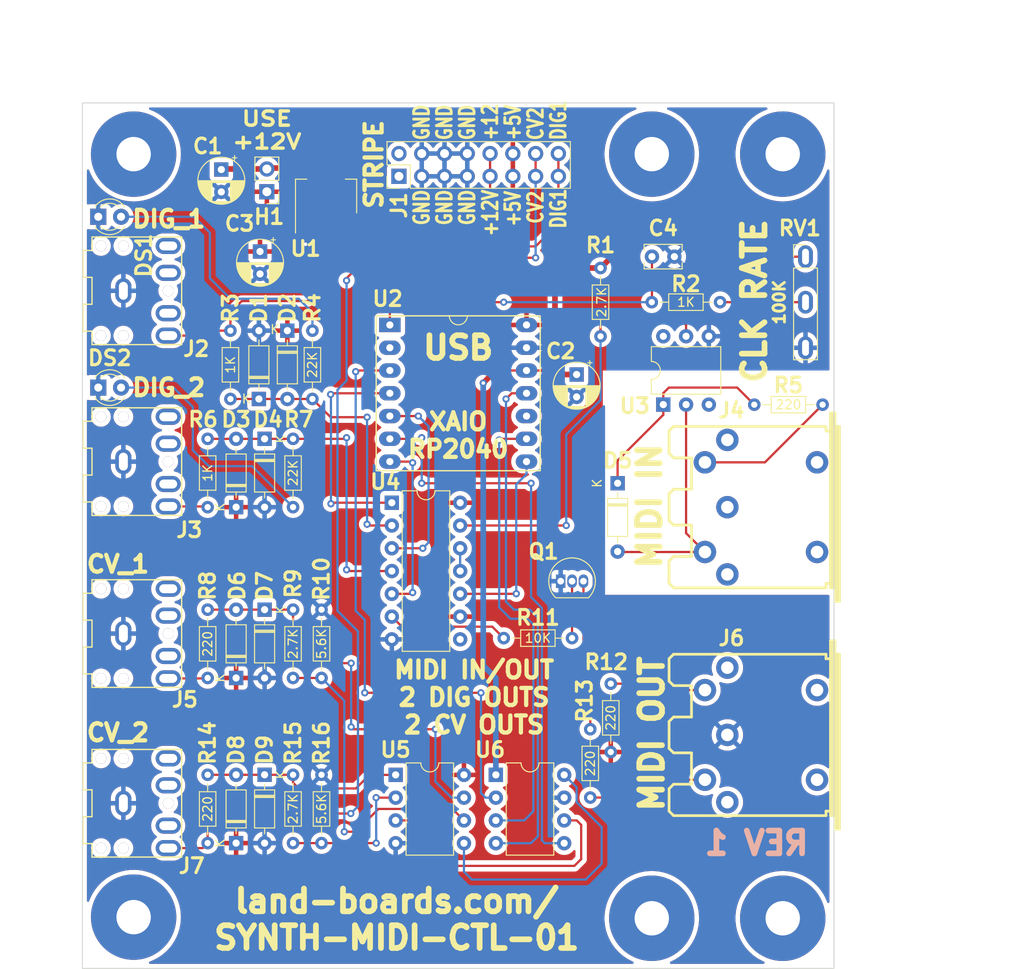
<source format=kicad_pcb>
(kicad_pcb (version 20211014) (generator pcbnew)
  (title_block (title "SYNTH MIDI COMTROLLER") (date "2022-09-23") (rev "1") (company "LAND BOARDS, LLC"))
  (layers (0 "F.Cu" signal) (31 "B.Cu" signal) (34 "B.Paste" user) (35 "F.Paste" user) (36 "B.SilkS" user "B.Silkscreen") (37 "F.SilkS" user "F.Silkscreen") (38 "B.Mask" user) (39 "F.Mask" user) (44 "Edge.Cuts" user))
  (net 0 "")
  (net 1 "Net-(D5-Pad1)")
  (net 2 "+3V3")
  (net 3 "+5V")
  (net 4 "/FREQ_POT")
  (net 6 "+12V")
  (net 7 "/GATE")
  (net 8 "Net-(C1-Pad1)")
  (net 13 "/RXD")
  (net 16 "/MIDI_IN")
  (net 17 "/CLK")
  (net 18 "Net-(D5-Pad2)")
  (net 19 "Net-(J6-Pad5)")
  (net 20 "Net-(Q1-Pad2)")
  (net 21 "Net-(Q1-Pad3)")
  (net 22 "Net-(DS1-Pad2)")
  (net 23 "Net-(J6-Pad4)")
  (net 24 "/GATE_I")
  (net 25 "/CLK_I")
  (net 26 "Net-(DS2-Pad2)")
  (net 28 "Net-(U5-Pad3)")
  (net 29 "Net-(R2-Pad1)")
  (net 30 "Net-(R10-Pad2)")
  (net 31 "Net-(R11-Pad2)")
  (net 33 "/SPI_CS")
  (net 34 "/SPI_LDAC")
  (net 36 "/TXD")
  (net 39 "Net-(R15-Pad1)")
  (net 40 "Net-(D6-Pad2)")
  (net 41 "Net-(D8-Pad2)")
  (net 42 "/SPI_SCK")
  (net 43 "Net-(U5-Pad5)")
  (net 48 "GND")
  (net 49 "Net-(R1-Pad1)")
  (net 50 "/SPI_MOSI")
  (net 51 "Net-(U4-Pad11)")
  (net 52 "/DIG1")
  (net 53 "/DIG2")
  (net 54 "/CV1")
  (net 55 "/CV2")
  (footprint "Capacitor_THT:CP_Radial_D5.0mm_P2.50mm" (layer "F.Cu") (at 106.172 39.434888 -90)
    (fp_text reference "C3")
    (fp_text value "47uF")
  )
  (footprint "Diode_THT:D_DO-35_SOD27_P7.62mm_Horizontal" (layer "F.Cu") (at 106.68 60.325 -90)
    (fp_text reference "D4")
    (fp_text value "BAT41")
  )
  (footprint "Capacitor_THT:CP_Radial_D5.0mm_P2.50mm" (layer "F.Cu") (at 141.478 53.150888 -90)
    (fp_text reference "C2")
    (fp_text value "47uF")
  )
  (footprint "Diode_THT:D_DO-35_SOD27_P7.62mm_Horizontal" (layer "F.Cu") (at 106.68 97.79 -90)
    (fp_text reference "D9")
    (fp_text value "BAT41")
  )
  (footprint "LandBoards_MountHoles:MTG-6-32" (layer "F.Cu") (at 92.075 113.665)
    (fp_text reference "MTG2" hide)
    (fp_text value "MountingHole" hide)
  )
  (footprint "LandBoards_Conns:Pot3" (layer "F.Cu") (at 167.005 40.01)
    (fp_text reference "RV1")
    (fp_text value "100K")
  )
  (footprint "LandBoards_MountHoles:MTG-6-32" (layer "F.Cu") (at 164.465 28.575)
    (fp_text reference "MTG3" hide)
    (fp_text value "MountingHole" hide)
  )
  (footprint "LandBoards_MountHoles:MTG-6-32" (layer "F.Cu") (at 146.558 114.173)
    (fp_text reference "MTG6" hide)
    (fp_text value "MountingHole" hide)
  )
  (footprint "Resistor_THT:R_Axial_DIN0204_L3.6mm_D1.6mm_P7.62mm_Horizontal" (layer "F.Cu") (at 100.33 79.375 -90)
    (fp_text reference "R8")
    (fp_text value "220")
  )
  (footprint "Resistor_THT:R_Axial_DIN0204_L3.6mm_D1.6mm_P7.62mm_Horizontal" (layer "F.Cu") (at 100.33 60.325 -90)
    (fp_text reference "R6")
    (fp_text value "1K")
  )
  (footprint "Resistor_THT:R_Axial_DIN0204_L3.6mm_D1.6mm_P7.62mm_Horizontal" (layer "F.Cu") (at 168.91 56.515 180)
    (fp_text reference "R5")
    (fp_text value "220")
  )
  (footprint "Resistor_THT:R_Axial_DIN0204_L3.6mm_D1.6mm_P7.62mm_Horizontal" (layer "F.Cu") (at 109.855 105.41 90)
    (fp_text reference "R15")
    (fp_text value "2.7K")
  )
  (footprint "LandBoards_Conns:Jack_3.5mm_CUI_SJ1-3523N_Horizontal" (layer "F.Cu") (at 90.932 62.865 90)
    (fp_text reference "J3")
    (fp_text value "AudioJack3" hide)
  )
  (footprint "Package_DIP:DIP-6_W7.62mm" (layer "F.Cu") (at 151.145 56.505 90)
    (fp_text reference "U3")
    (fp_text value "CNY17-4X006")
  )
  (footprint "LandBoards_Conns:Jack_3.5mm_CUI_SJ1-3523N_Horizontal" (layer "F.Cu") (at 90.932 82.042 90)
    (fp_text reference "J5")
    (fp_text value "AudioJack3" hide)
  )
  (footprint "Diode_THT:D_DO-35_SOD27_P7.62mm_Horizontal" (layer "F.Cu") (at 103.505 86.995 90)
    (fp_text reference "D6")
    (fp_text value "BAT41")
  )
  (footprint "Package_DIP:DIP-8_W7.62mm" (layer "F.Cu") (at 132.471 97.8)
    (fp_text reference "U6")
    (fp_text value "MCP4822-E/P")
  )
  (footprint "Resistor_THT:R_Axial_DIN0204_L3.6mm_D1.6mm_P7.62mm_Horizontal" (layer "F.Cu") (at 109.855 86.995 90)
    (fp_text reference "R9")
    (fp_text value "2.7K")
  )
  (footprint "Diode_THT:D_DO-35_SOD27_P7.62mm_Horizontal" (layer "F.Cu") (at 146.05 65.278 -90)
    (fp_text reference "D5")
    (fp_text value "1N914")
  )
  (footprint "Resistor_THT:R_Axial_DIN0204_L3.6mm_D1.6mm_P7.62mm_Horizontal" (layer "F.Cu") (at 100.33 97.79 -90)
    (fp_text reference "R14")
    (fp_text value "220")
  )
  (footprint "Diode_THT:D_DO-35_SOD27_P7.62mm_Horizontal" (layer "F.Cu") (at 103.505 105.41 90)
    (fp_text reference "D8")
    (fp_text value "BAT41")
  )
  (footprint "Diode_THT:D_DO-35_SOD27_P7.62mm_Horizontal" (layer "F.Cu") (at 103.505 67.945 90)
    (fp_text reference "D3")
    (fp_text value "BAT41")
  )
  (footprint "Diode_THT:D_DO-35_SOD27_P7.62mm_Horizontal" (layer "F.Cu") (at 106.045 55.88 90)
    (fp_text reference "D1")
    (fp_text value "BAT41")
  )
  (footprint "Package_DIP:DIP-8_W7.62mm" (layer "F.Cu") (at 121.295 97.8)
    (fp_text reference "U5")
    (fp_text value "MCP6232")
  )
  (footprint "LandBoards_Conns:MIDI_DIN-5" (layer "F.Cu") (at 161.29 93.345 90)
    (fp_text reference "J6")
    (fp_text value "DIN-5" hide)
  )
  (footprint "Resistor_THT:R_Axial_DIN0204_L3.6mm_D1.6mm_P7.62mm_Horizontal" (layer "F.Cu") (at 113.03 79.375 -90)
    (fp_text reference "R10")
    (fp_text value "5.6K")
  )
  (footprint "Resistor_THT:R_Axial_DIN0204_L3.6mm_D1.6mm_P7.62mm_Horizontal" (layer "F.Cu") (at 102.87 55.88 90)
    (fp_text reference "R3")
    (fp_text value "1K")
  )
  (footprint "LandBoards_MountHoles:MTG-6-32" (layer "F.Cu") (at 147.574 28.194)
    (fp_text reference "MTG5" hide)
    (fp_text value "MountingHole" hide)
  )
  (footprint "Diode_THT:D_DO-35_SOD27_P7.62mm_Horizontal" (layer "F.Cu") (at 106.68 79.375 -90)
    (fp_text reference "D7")
    (fp_text value "BAT41")
  )
  (footprint "Connector_PinHeader_2.54mm:PinHeader_2x08_P2.54mm_Vertical" (layer "F.Cu") (at 121.666 31.05 90)
    (fp_text reference "J1")
    (fp_text value "HEADER, SHRD, 2X8")
  )
  (footprint "Resistor_THT:R_Axial_DIN0204_L3.6mm_D1.6mm_P7.62mm_Horizontal" (layer "F.Cu") (at 143.002 92.71 -90)
    (fp_text reference "R13")
    (fp_text value "220")
  )
  (footprint "Resistor_THT:R_Axial_DIN0204_L3.6mm_D1.6mm_P7.62mm_Horizontal" (layer "F.Cu") (at 157.48 45.085 180)
    (fp_text reference "R2")
    (fp_text value "1K")
  )
  (footprint "Package_TO_SOT_THT:TO-92_Inline" (layer "F.Cu") (at 139.7 76.2)
    (fp_text reference "Q1")
    (fp_text value "2N3904")
  )
  (footprint "LandBoards_BoardOutlines:QT_Py" (layer "F.Cu") (at 120.65 47.625)
    (fp_text reference "U2")
    (fp_text value "XIAO_RP2040")
  )
  (footprint "Diode_THT:D_DO-35_SOD27_P7.62mm_Horizontal" (layer "F.Cu") (at 109.22 48.26 -90)
    (fp_text reference "D2")
    (fp_text value "BAT41")
  )
  (footprint "Connector_PinHeader_2.54mm:PinHeader_1x02_P2.54mm_Vertical" (layer "F.Cu") (at 106.934 32.771 180)
    (fp_text reference "H1")
    (fp_text value "HEADER, 1x2")
  )
  (footprint "LandBoards_MountHoles:MTG-6-32" (layer "F.Cu") (at 164.465 113.665)
    (fp_text reference "MTG4" hide)
    (fp_text value "MountingHole" hide)
  )
  (footprint "LandBoards_MountHoles:MTG-6-32" (layer "F.Cu") (at 92.075 28.575)
    (fp_text reference "MTG1" hide)
    (fp_text value "MountingHole" hide)
  )
  (footprint "Resistor_THT:R_Axial_DIN0204_L3.6mm_D1.6mm_P7.62mm_Horizontal" (layer "F.Cu") (at 113.03 97.79 -90)
    (fp_text reference "R16")
    (fp_text value "5.6K")
  )
  (footprint "Resistor_THT:R_Axial_DIN0204_L3.6mm_D1.6mm_P7.62mm_Horizontal" (layer "F.Cu") (at 144.145 48.895 90)
    (fp_text reference "R1")
    (fp_text value "2.7K")
  )
  (footprint "Resistor_THT:R_Axial_DIN0204_L3.6mm_D1.6mm_P7.62mm_Horizontal" (layer "F.Cu") (at 112.014 48.26 -90)
    (fp_text reference "R4")
    (fp_text value "22K")
  )
  (footprint "Resistor_THT:R_Axial_DIN0204_L3.6mm_D1.6mm_P7.62mm_Horizontal" (layer "F.Cu") (at 109.855 67.945 90)
    (fp_text reference "R7")
    (fp_text value "22K")
  )
  (footprint "LandBoards_Conns:MIDI_DIN-5" (layer "F.Cu") (at 161.29 67.945 90)
    (fp_text reference "J4")
    (fp_text value "DIN-5" hide)
  )
  (footprint "Resistor_THT:R_Axial_DIN0204_L3.6mm_D1.6mm_P7.62mm_Horizontal" (layer "F.Cu") (at 145.288 87.63 -90)
    (fp_text reference "R12")
    (fp_text value "220")
  )
  (footprint "LED_THT:LED_D3.0mm" (layer "F.Cu") (at 88.133 35.56)
    (fp_text reference "DS1")
    (fp_text value "LED, 3mm")
  )
  (footprint "LandBoards_Conns:Jack_3.5mm_CUI_SJ1-3523N_Horizontal" (layer "F.Cu") (at 90.932 43.815 90)
    (fp_text reference "J2")
    (fp_text value "AudioJack3" hide)
  )
  (footprint "Capacitor_THT:CP_Radial_D5.0mm_P2.50mm" (layer "F.Cu") (at 101.854 30.290888 -90)
    (fp_text reference "C1")
    (fp_text value "47uF")
  )
  (footprint "LandBoards_Conns:Jack_3.5mm_CUI_SJ1-3523N_Horizontal" (layer "F.Cu") (at 90.932 100.965 90)
    (fp_text reference "J7")
    (fp_text value "AudioJack3" hide)
  )
  (footprint "LED_THT:LED_D3.0mm" (layer "F.Cu") (at 88.133 54.61)
    (fp_text reference "DS2")
    (fp_text value "LED, 3mm")
  )
  (footprint "Package_DIP:DIP-14_W7.62mm" (layer "F.Cu") (at 120.87 67.45)
    (fp_text reference "U4")
    (fp_text value "74HC14")
  )
  (footprint "Resistor_THT:R_Axial_DIN0204_L3.6mm_D1.6mm_P7.62mm_Horizontal" (layer "F.Cu") (at 140.97 82.55 180)
    (fp_text reference "R11")
    (fp_text value "10K")
  )
  (footprint "Package_TO_SOT_SMD:SOT-223" (layer "F.Cu") (at 113.538 33.274 90)
    (fp_text reference "U1")
    (fp_text value "AZ1117H-5")
  )
  (footprint "Capacitor_THT:C_Rect_L4.0mm_W2.5mm_P2.50mm" (layer "F.Cu") (at 149.88 40.005)
    (fp_text reference "C4")
    (fp_text value "220pF")
  )
  (gr_rect (start 86.36 22.86) (end 170.18 119.38) (layer "Edge.Cuts") (width 0.1) (fill none))
  (gr_text "REV 1" (at 161.544 105.41) (layer "B.SilkS") (effects (font (size 2.54 2.54) (thickness 0.635)) (justify mirror)))
  (gr_text "XAIO\nRP2040" (at 128.27 59.944) (layer "F.SilkS") (effects (font (size 1.905 1.905) (thickness 0.47625))))
  (gr_text "STRIPE" (at 118.872 29.718 90) (layer "F.SilkS") (effects (font (size 1.905 1.905) (thickness 0.47625))))
  (gr_text "CV_1" (at 86.614 74.295) (layer "F.SilkS") (effects (font (size 1.8796 1.905) (thickness 0.4699)) (justify left)))
  (gr_text "GND" (at 126.746 27.178 90) (layer "F.SilkS") (effects (font (size 1.651 1.27) (thickness 0.3175)) (justify left)))
  (gr_text "GND" (at 129.286 27.178 90) (layer "F.SilkS") (effects (font (size 1.651 1.27) (thickness 0.3175)) (justify left)))
  (gr_text "DIG_1" (at 91.694 35.814) (layer "F.SilkS") (effects (font (size 1.8796 1.905) (thickness 0.4699)) (justify left)))
  (gr_text "CV2" (at 136.906 32.512 90) (layer "F.SilkS") (effects (font (size 1.651 1.27) (thickness 0.3175)) (justify right)))
  (gr_text "+5V" (at 134.366 27.18 90) (layer "F.SilkS") (effects (font (size 1.651 1.27) (thickness 0.3175)) (justify left)))
  (gr_text "land-boards.com/\nSYNTH-MIDI-CTL-01" (at 121.412 113.919) (layer "F.SilkS") (effects (font (size 2.54 2.54) (thickness 0.635))))
  (gr_text "GND" (at 124.206 32.38 90) (layer "F.SilkS") (effects (font (size 1.651 1.27) (thickness 0.3175)) (justify right)))
  (gr_text "+12V" (at 131.856 32.38 90) (layer "F.SilkS") (effects (font (size 1.651 1.27) (thickness 0.3175)) (justify right)))
  (gr_text "MIDI OUT" (at 149.86 93.218 90) (layer "F.SilkS") (effects (font (size 2.54 2.54) (thickness 0.635))))
  (gr_text "+5V" (at 134.366 32.512 90) (layer "F.SilkS") (effects (font (size 1.651 1.27) (thickness 0.3175)) (justify right)))
  (gr_text "GND" (at 129.286 32.38 90) (layer "F.SilkS") (effects (font (size 1.651 1.27) (thickness 0.3175)) (justify right)))
  (gr_text "DIG1" (at 139.446 32.258 90) (layer "F.SilkS") (effects (font (size 1.651 1.27) (thickness 0.3175)) (justify right)))
  (gr_text "CV_2" (at 86.614 93.091) (layer "F.SilkS") (effects (font (size 1.905 1.905) (thickness 0.47625)) (justify left)))
  (gr_text "CV2" (at 136.906 27.178 90) (layer "F.SilkS") (effects (font (size 1.651 1.27) (thickness 0.3175)) (justify left)))
  (gr_text "USB" (at 128.27 50.165) (layer "F.SilkS") (effects (font (size 2.54 2.54) (thickness 0.635))))
  (gr_text "+12" (at 131.826 27.18 90) (layer "F.SilkS") (effects (font (size 1.651 1.27) (thickness 0.3175)) (justify left)))
  (gr_text "GND" (at 124.206 27.178 90) (layer "F.SilkS") (effects (font (size 1.651 1.27) (thickness 0.3175)) (justify left)))
  (gr_text "CLK RATE" (at 161.29 44.958 90) (layer "F.SilkS") (effects (font (size 2.54 2.54) (thickness 0.635))))
  (gr_text "MIDI IN/OUT\n2 DIG OUTS\n2 CV OUTS" (at 130.048 89.154) (layer "F.SilkS") (effects (font (size 1.905 1.905) (thickness 0.47625))))
  (gr_text "GND" (at 126.746 32.38 90) (layer "F.SilkS") (effects (font (size 1.651 1.27) (thickness 0.3175)) (justify right)))
  (gr_text "DIG_2" (at 91.694 54.61) (layer "F.SilkS") (effects (font (size 1.8796 1.905) (thickness 0.4699)) (justify left)))
  (gr_text "MIDI IN" (at 149.606 67.818 90) (layer "F.SilkS") (effects (font (size 2.54 2.54) (thickness 0.635))))
  (gr_text "DIG1" (at 139.446 27.178 90) (layer "F.SilkS") (effects (font (size 1.651 1.27) (thickness 0.3175)) (justify left)))
  (gr_text "USE\n+12V" (at 106.934 25.908) (layer "F.SilkS") (effects (font (size 1.5875 1.905) (thickness 0.381))))
  (segment (start 159.385 54.61) (end 151.765 54.61) (width 0.25) (layer "F.Cu") (net 1))
  (segment (start 151.145 56.505) (end 151.145 57.643) (width 0.25) (layer "F.Cu") (net 1))
  (segment (start 151.145 55.23) (end 151.145 56.505) (width 0.25) (layer "F.Cu") (net 1))
  (segment (start 151.145 57.643) (end 146.05 62.738) (width 0.25) (layer "F.Cu") (net 1))
  (segment (start 146.05 62.738) (end 146.05 65.278) (width 0.25) (layer "F.Cu") (net 1))
  (segment (start 151.765 54.61) (end 151.145 55.23) (width 0.25) (layer "F.Cu") (net 1))
  (segment (start 161.29 56.515) (end 159.385 54.61) (width 0.25) (layer "F.Cu") (net 1))
  (segment (start 137.795 52.705) (end 138.557 51.943) (width 0.635) (layer "F.Cu") (net 2))
  (segment (start 131.064 54.102) (end 132.461 52.705) (width 0.635) (layer "F.Cu") (net 2))
  (segment (start 138.557 51.943) (end 139.065 51.435) (width 0.635) (layer "F.Cu") (net 2))
  (segment (start 160.274 36.83) (end 163.454 40.01) (width 0.635) (layer "F.Cu") (net 2))
  (segment (start 138.557 51.943) (end 139.764888 53.150888) (width 0.635) (layer "F.Cu") (net 2))
  (segment (start 132.461 52.705) (end 135.89 52.705) (width 0.25) (layer "F.Cu") (net 2))
  (segment (start 135.89 52.705) (end 137.795 52.705) (width 0.25) (layer "F.Cu") (net 2))
  (segment (start 148.59 36.83) (end 160.274 36.83) (width 0.635) (layer "F.Cu") (net 2))
  (segment (start 163.454 40.01) (end 167.005 40.01) (width 0.25) (layer "F.Cu") (net 2))
  (segment (start 139.065 51.435) (end 139.065 43.18) (width 0.635) (layer "F.Cu") (net 2))
  (segment (start 140.97 41.275) (end 144.145 41.275) (width 0.635) (layer "F.Cu") (net 2))
  (segment (start 139.065 43.18) (end 140.97 41.275) (width 0.635) (layer "F.Cu") (net 2))
  (segment (start 144.145 41.275) (end 148.59 36.83) (width 0.635) (layer "F.Cu") (net 2))
  (segment (start 139.764888 53.150888) (end 141.478 53.150888) (width 0.635) (layer "F.Cu") (net 2))
  (via (at 131.064 54.102) (size 0.8) (drill 0.4) (layers "F.Cu" "B.Cu") (net 2))
  (segment (start 131.064 54.102) (end 131.064 85.598) (width 0.635) (layer "B.Cu") (net 2))
  (segment (start 132.471 87.005) (end 131.064 85.598) (width 0.635) (layer "B.Cu") (net 2))
  (segment (start 132.471 87.005) (end 132.471 97.8) (width 0.635) (layer "B.Cu") (net 2))
  (segment (start 120.65 45.72) (end 120.65 47.625) (width 0.25) (layer "F.Cu") (net 4))
  (segment (start 121.285 45.085) (end 120.65 45.72) (width 0.25) (layer "F.Cu") (net 4))
  (segment (start 133.35 45.085) (end 121.285 45.085) (width 0.25) (layer "F.Cu") (net 4))
  (segment (start 149.88 40.005) (end 149.88 45.065) (width 0.25) (layer "F.Cu") (net 4))
  (via (at 133.35 45.085) (size 0.8) (drill 0.4) (layers "F.Cu" "B.Cu") (net 4))
  (segment (start 149.86 45.085) (end 133.35 45.085) (width 0.25) (layer "B.Cu") (net 4))
  (segment (start 115.838 36.424) (end 128.93 36.424) (width 0.635) (layer "F.Cu") (net 6))
  (segment (start 128.93 36.424) (end 131.826 33.528) (width 0.635) (layer "F.Cu") (net 6))
  (segment (start 131.826 33.528) (end 131.826 31.05) (width 0.254) (layer "F.Cu") (net 6))
  (segment (start 131.826 31.05) (end 131.826 28.51) (width 0.254) (layer "F.Cu") (net 6))
  (segment (start 114.046 55.372) (end 114.173 55.245) (width 0.25) (layer "F.Cu") (net 7))
  (segment (start 114.173 55.245) (end 120.65 55.245) (width 0.25) (layer "F.Cu") (net 7))
  (segment (start 120.87 67.45) (end 114.1955 67.45) (width 0.25) (layer "F.Cu") (net 7))
  (segment (start 114.1955 67.45) (end 114.0815 67.564) (width 0.25) (layer "F.Cu") (net 7))
  (via (at 114.046 55.372) (size 0.8) (drill 0.4) (layers "F.Cu" "B.Cu") (net 7))
  (via (at 114.0815 67.564) (size 0.8) (drill 0.4) (layers "F.Cu" "B.Cu") (net 7))
  (segment (start 114.0815 67.564) (end 114.0815 55.4075) (width 0.25) (layer "B.Cu") (net 7))
  (segment (start 114.0815 55.4075) (end 114.046 55.372) (width 0.25) (layer "B.Cu") (net 7))
  (segment (start 106.934 30.231) (end 101.913888 30.231) (width 0.635) (layer "F.Cu") (net 8))
  (segment (start 113.538 36.424) (end 113.538 30.124) (width 0.635) (layer "F.Cu") (net 8))
  (segment (start 113.538 30.124) (end 107.041 30.124) (width 0.635) (layer "F.Cu") (net 8))
  (segment (start 128.49 77.61) (end 134.734 77.61) (width 0.25) (layer "F.Cu") (net 13))
  (segment (start 134.734 77.61) (end 134.747 77.597) (width 0.25) (layer "F.Cu") (net 13))
  (via (at 134.747 77.597) (size 0.8) (drill 0.4) (layers "F.Cu" "B.Cu") (net 13))
  (segment (start 134.747 77.597) (end 134.747 65.405) (width 0.25) (layer "B.Cu") (net 13))
  (segment (start 134.747 65.405) (end 135.89 64.262) (width 0.25) (layer "B.Cu") (net 13))
  (segment (start 135.89 64.262) (end 135.89 62.865) (width 0.25) (layer "B.Cu") (net 13))
  (segment (start 155.79 62.945) (end 162.48 62.945) (width 0.25) (layer "F.Cu") (net 16))
  (segment (start 162.48 62.945) (end 168.91 56.515) (width 0.25) (layer "F.Cu") (net 16))
  (segment (start 124.32 72.53) (end 120.87 72.53) (width 0.25) (layer "F.Cu") (net 17))
  (segment (start 120.65 57.785) (end 123.825 57.785) (width 0.25) (layer "F.Cu") (net 17))
  (via (at 123.825 57.785) (size 0.8) (drill 0.4) (layers "F.Cu" "B.Cu") (net 17))
  (via (at 124.32 72.53) (size 0.8) (drill 0.4) (layers "F.Cu" "B.Cu") (net 17))
  (segment (start 123.825 57.785) (end 124.968 58.928) (width 0.25) (layer "B.Cu") (net 17))
  (segment (start 124.968 58.928) (end 124.968 71.882) (width 0.25) (layer "B.Cu") (net 17))
  (segment (start 124.968 71.882) (end 124.32 72.53) (width 0.25) (layer "B.Cu") (net 17))
  (segment (start 153.685 70.84) (end 155.79 72.945) (width 0.25) (layer "F.Cu") (net 18))
  (segment (start 153.685 56.505) (end 153.685 70.84) (width 0.25) (layer "F.Cu") (net 18))
  (segment (start 155.79 72.945) (end 146.097 72.945) (width 0.25) (layer "F.Cu") (net 18))
  (segment (start 150.575 98.345) (end 148.59 100.33) (width 0.25) (layer "F.Cu") (net 19))
  (segment (start 155.79 98.345) (end 150.575 98.345) (width 0.25) (layer "F.Cu") (net 19))
  (segment (start 143.002 100.33) (end 148.59 100.33) (width 0.25) (layer "F.Cu") (net 19))
  (segment (start 140.97 82.55) (end 140.97 76.2) (width 0.25) (layer "F.Cu") (net 20))
  (segment (start 143.002 90.932) (end 142.24 90.17) (width 0.25) (layer "F.Cu") (net 21))
  (segment (start 142.24 76.2) (end 142.24 90.17) (width 0.25) (layer "F.Cu") (net 21))
  (segment (start 143.002 92.71) (end 143.002 90.932) (width 0.25) (layer "F.Cu") (net 21))
  (segment (start 100.584 37.338) (end 98.806 35.56) (width 0.25) (layer "B.Cu") (net 22))
  (segment (start 102.87 44.704) (end 100.584 42.418) (width 0.25) (layer "B.Cu") (net 22))
  (segment (start 102.87 44.704) (end 110.49 44.704) (width 0.25) (layer "B.Cu") (net 22))
  (segment (start 112.014 48.26) (end 112.014 46.228) (width 0.25) (layer "B.Cu") (net 22))
  (segment (start 98.806 35.56) (end 90.673 35.56) (width 0.25) (layer "B.Cu") (net 22))
  (segment (start 112.014 46.228) (end 110.49 44.704) (width 0.25) (layer "B.Cu") (net 22))
  (segment (start 100.584 42.418) (end 100.584 37.338) (width 0.25) (layer "B.Cu") (net 22))
  (segment (start 144.78 87.63) (end 148.684 87.63) (width 0.25) (layer "F.Cu") (net 23))
  (segment (start 155.79 88.345) (end 149.399 88.345) (width 0.25) (layer "F.Cu") (net 23))
  (segment (start 148.684 87.63) (end 149.399 88.345) (width 0.25) (layer "F.Cu") (net 23))
  (segment (start 114.046 57.912) (end 112.014 55.88) (width 0.25) (layer "F.Cu") (net 24))
  (segment (start 106.045 55.88) (end 109.22 55.88) (width 0.25) (layer "F.Cu") (net 24))
  (segment (start 120.87 69.99) (end 118.25 69.99) (width 0.25) (layer "F.Cu") (net 24))
  (segment (start 118.25 69.99) (end 118.11 69.85) (width 0.25) (layer "F.Cu") (net 24))
  (segment (start 102.87 55.88) (end 106.045 55.88) (width 0.25) (layer "F.Cu") (net 24))
  (segment (start 109.22 55.88) (end 112.014 55.88) (width 0.25) (layer "F.Cu") (net 24))
  (segment (start 118.11 57.912) (end 114.046 57.912) (width 0.25) (layer "F.Cu") (net 24))
  (via (at 118.11 57.912) (size 0.8) (drill 0.4) (layers "F.Cu" "B.Cu") (net 24))
  (via (at 118.11 69.85) (size 0.8) (drill 0.4) (layers "F.Cu" "B.Cu") (net 24))
  (segment (start 118.11 57.912) (end 118.11 69.85) (width 0.25) (layer "B.Cu") (net 24))
  (segment (start 103.505 60.325) (end 115.697 60.325) (width 0.25) (layer "F.Cu") (net 25))
  (segment (start 115.697 60.325) (end 115.824 60.198) (width 0.25) (layer "F.Cu") (net 25))
  (segment (start 100.33 60.325) (end 103.505 60.325) (width 0.25) (layer "F.Cu") (net 25))
  (segment (start 115.964 75.07) (end 115.824 74.93) (width 0.25) (layer "F.Cu") (net 25))
  (segment (start 115.964 75.07) (end 120.87 75.07) (width 0.25) (layer "F.Cu") (net 25))
  (via (at 115.824 60.198) (size 0.8) (drill 0.4) (layers "F.Cu" "B.Cu") (net 25))
  (via (at 115.824 74.93) (size 0.8) (drill 0.4) (layers "F.Cu" "B.Cu") (net 25))
  (segment (start 115.824 60.198) (end 115.824 74.93) (width 0.25) (layer "B.Cu") (net 25))
  (segment (start 98.679 61.595) (end 100.457 63.373) (width 0.25) (layer "B.Cu") (net 26))
  (segment (start 98.679 56.769) (end 98.679 61.595) (width 0.25) (layer "B.Cu") (net 26))
  (segment (start 100.457 63.373) (end 105.283 63.373) (width 0.25) (layer "B.Cu") (net 26))
  (segment (start 90.673 54.61) (end 96.52 54.61) (width 0.25) (layer "B.Cu") (net 26))
  (segment (start 105.283 63.373) (end 109.855 67.945) (width 0.25) (layer "B.Cu") (net 26))
  (segment (start 96.52 54.61) (end 98.679 56.769) (width 0.25) (layer "B.Cu") (net 26))
  (segment (start 124.714 107.95) (end 141.224 107.95) (width 0.25) (layer "F.Cu") (net 28))
  (segment (start 141.986 103.378) (end 141.986 107.188) (width 0.25) (layer "F.Cu") (net 28))
  (segment (start 141.488 102.88) (end 141.986 103.378) (width 0.25) (layer "F.Cu") (net 28))
  (segment (start 123.698 106.934) (end 124.714 107.95) (width 0.25) (layer "F.Cu") (net 28))
  (segment (start 121.295 102.88) (end 122.946 102.88) (width 0.25) (layer "F.Cu") (net 28))
  (segment (start 140.091 102.88) (end 141.488 102.88) (width 0.25) (layer "F.Cu") (net 28))
  (segment (start 141.986 107.188) (end 141.224 107.95) (width 0.25) (layer "F.Cu") (net 28))
  (segment (start 123.698 103.632) (end 123.698 106.934) (width 0.25) (layer "F.Cu") (net 28))
  (segment (start 122.946 102.88) (end 123.698 103.632) (width 0.25) (layer "F.Cu") (net 28))
  (segment (start 157.48 45.085) (end 167 45.085) (width 0.25) (layer "F.Cu") (net 29))
  (segment (start 127.635 101.6) (end 119.38 101.6) (width 0.25) (layer "F.Cu") (net 30))
  (segment (start 109.855 86.995) (end 113.03 86.995) (width 0.25) (layer "F.Cu") (net 30))
  (segment (start 116.84 104.14) (end 115.57 104.14) (width 0.25) (layer "F.Cu") (net 30))
  (segment (start 128.915 102.88) (end 127.635 101.6) (width 0.25) (layer "F.Cu") (net 30))
  (segment (start 119.38 101.6) (end 116.84 104.14) (width 0.25) (layer "F.Cu") (net 30))
  (via (at 115.57 104.14) (size 0.8) (drill 0.4) (layers "F.Cu" "B.Cu") (net 30))
  (segment (start 115.57 89.535) (end 113.03 86.995) (width 0.25) (layer "B.Cu") (net 30))
  (segment (start 115.57 104.14) (end 115.57 89.535) (width 0.25) (layer "B.Cu") (net 30))
  (segment (start 120.87 80.15) (end 121.994511 81.274511) (width 0.25) (layer "F.Cu") (net 31))
  (segment (start 132.074511 81.274511) (end 133.35 82.55) (width 0.25) (layer "F.Cu") (net 31))
  (segment (start 121.994511 81.274511) (end 132.074511 81.274511) (width 0.25) (layer "F.Cu") (net 31))
  (segment (start 120.65 52.705) (end 116.967 52.705) (width 0.25) (layer "F.Cu") (net 33))
  (segment (start 116.967 52.705) (end 116.84 52.832) (width 0.25) (layer "F.Cu") (net 33))
  (segment (start 130.81 88.646) (end 117.856 88.646) (width 0.25) (layer "F.Cu") (net 33))
  (via (at 117.856 88.646) (size 0.8) (drill 0.4) (layers "F.Cu" "B.Cu") (net 33))
  (via (at 116.84 52.832) (size 0.8) (drill 0.4) (layers "F.Cu" "B.Cu") (net 33))
  (via (at 130.81 88.646) (size 0.8) (drill 0.4) (layers "F.Cu" "B.Cu") (net 33))
  (segment (start 117.856 80.518) (end 116.84 79.502) (width 0.25) (layer "B.Cu") (net 33))
  (segment (start 117.856 88.646) (end 117.856 80.518) (width 0.25) (layer "B.Cu") (net 33))
  (segment (start 131.328 100.34) (end 132.471 100.34) (width 0.25) (layer "B.Cu") (net 33))
  (segment (start 130.81 99.822) (end 131.328 100.34) (width 0.25) (layer "B.Cu") (net 33))
  (segment (start 130.81 99.822) (end 130.81 88.646) (width 0.25) (layer "B.Cu") (net 33))
  (segment (start 116.84 79.502) (end 116.84 52.832) (width 0.25) (layer "B.Cu") (net 33))
  (segment (start 124.079 60.325) (end 124.206 60.198) (width 0.25) (layer "F.Cu") (net 34))
  (segment (start 120.65 60.325) (end 124.079 60.325) (width 0.25) (layer "F.Cu") (net 34))
  (segment (start 124.206 65.278) (end 136.398 65.278) (width 0.25) (layer "F.Cu") (net 34))
  (via (at 124.206 60.198) (size 0.8) (drill 0.4) (layers "F.Cu" "B.Cu") (net 34))
  (via (at 136.398 65.278) (size 0.8) (drill 0.4) (layers "F.Cu" "B.Cu") (net 34))
  (via (at 124.206 65.278) (size 0.8) (drill 0.4) (layers "F.Cu" "B.Cu") (net 34))
  (segment (start 136.398 77.978) (end 137.60952 79.18952) (width 0.25) (layer "B.Cu") (net 34))
  (segment (start 136.398 65.278) (end 136.398 77.978) (width 0.25) (layer "B.Cu") (net 34))
  (segment (start 137.60952 105.09752) (end 137.60952 79.18952) (width 0.25) (layer "B.Cu") (net 34))
  (segment (start 140.091 105.42) (end 137.932 105.42) (width 0.25) (layer "B.Cu") (net 34))
  (segment (start 137.932 105.42) (end 137.60952 105.09752) (width 0.25) (layer "B.Cu") (net 34))
  (segment (start 124.206 60.198) (end 124.206 65.278) (width 0.25) (layer "B.Cu") (net 34))
  (segment (start 120.65 62.865) (end 123.063 62.865) (width 0.25) (layer "F.Cu") (net 36))
  (segment (start 123.05 77.61) (end 123.19 77.47) (width 0.25) (layer "F.Cu") (net 36))
  (segment (start 123.19 62.992) (end 123.063 62.865) (width 0.25) (layer "F.Cu") (net 36))
  (segment (start 120.87 77.61) (end 123.05 77.61) (width 0.25) (layer "F.Cu") (net 36))
  (via (at 123.19 62.992) (size 0.8) (drill 0.4) (layers "F.Cu" "B.Cu") (net 36))
  (via (at 123.19 77.47) (size 0.8) (drill 0.4) (layers "F.Cu" "B.Cu") (net 36))
  (segment (start 123.19 77.47) (end 123.19 62.992) (width 0.25) (layer "B.Cu") (net 36))
  (segment (start 121.295 100.34) (end 119.116 100.34) (width 0.25) (layer "F.Cu") (net 39))
  (segment (start 109.855 105.41) (end 113.03 105.41) (width 0.25) (layer "F.Cu") (net 39))
  (segment (start 113.03 105.41) (end 119.126 105.41) (width 0.25) (layer "F.Cu") (net 39))
  (via (at 119.126 105.41) (size 0.8) (drill 0.4) (layers "F.Cu" "B.Cu") (net 39))
  (via (at 119.116 100.34) (size 0.8) (drill 0.4) (layers "F.Cu" "B.Cu") (net 39))
  (segment (start 119.126 105.41) (end 119.126 100.35) (width 0.25) (layer "B.Cu") (net 39))
  (segment (start 119.126 100.35) (end 119.116 100.34) (width 0.25) (layer "B.Cu") (net 39))
  (segment (start 109.855 79.375) (end 109.855 80.899) (width 0.25) (layer "F.Cu") (net 40))
  (segment (start 125.73 92.71) (end 116.586 92.71) (width 0.25) (layer "F.Cu") (net 40))
  (segment (start 116.586 92.71) (end 116.332 92.456) (width 0.25) (layer "F.Cu") (net 40))
  (segment (start 100.33 79.375) (end 103.505 79.375) (width 0.25) (layer "F.Cu") (net 40))
  (segment (start 109.855 80.899) (end 114.3 85.344) (width 0.25) (layer "F.Cu") (net 40))
  (segment (start 103.505 79.375) (end 106.68 79.375) (width 0.25) (layer "F.Cu") (net 40))
  (segment (start 116.332 85.344) (end 114.3 85.344) (width 0.25) (layer "F.Cu") (net 40))
  (segment (start 106.68 79.375) (end 109.855 79.375) (width 0.25) (layer "F.Cu") (net 40))
  (via (at 125.73 92.71) (size 0.8) (drill 0.4) (layers "F.Cu" "B.Cu") (net 40))
  (via (at 116.332 92.456) (size 0.8) (drill 0.4) (layers "F.Cu" "B.Cu") (net 40))
  (via (at 116.332 85.344) (size 0.8) (drill 0.4) (layers "F.Cu" "B.Cu") (net 40))
  (segment (start 116.332 85.344) (end 116.332 92.456) (width 0.25) (layer "B.Cu") (net 40))
  (segment (start 127.518 100.34) (end 125.73 98.552) (width 0.25) (layer "B.Cu") (net 40))
  (segment (start 128.915 100.34) (end 127.518 100.34) (width 0.25) (layer "B.Cu") (net 40))
  (segment (start 125.73 98.552) (end 125.73 92.71) (width 0.25) (layer "B.Cu") (net 40))
  (segment (start 106.68 97.79) (end 109.855 97.79) (width 0.25) (layer "F.Cu") (net 41))
  (segment (start 118.374 97.8) (end 121.295 97.8) (width 0.25) (layer "F.Cu") (net 41))
  (segment (start 110.49 99.314) (end 116.86 99.314) (width 0.25) (layer "F.Cu") (net 41))
  (segment (start 103.505 97.79) (end 106.68 97.79) (width 0.25) (layer "F.Cu") (net 41))
  (segment (start 116.86 99.314) (end 118.374 97.8) (width 0.25) (layer "F.Cu") (net 41))
  (segment (start 109.855 97.79) (end 109.855 98.679) (width 0.25) (layer "F.Cu") (net 41))
  (segment (start 100.33 97.79) (end 103.505 97.79) (width 0.25) (layer "F.Cu") (net 41))
  (segment (start 109.855 98.679) (end 110.49 99.314) (width 0.25) (layer "F.Cu") (net 41))
  (segment (start 132.969 60.325) (end 135.89 60.325) (width 0.25) (layer "F.Cu") (net 42))
  (segment (start 132.842 60.452) (end 132.969 60.325) (width 0.25) (layer "F.Cu") (net 42))
  (via (at 132.842 60.452) (size 0.8) (drill 0.4) (layers "F.Cu" "B.Cu") (net 42))
  (segment (start 132.842 60.452) (end 132.842 79.121) (width 0.25) (layer "B.Cu") (net 42))
  (segment (start 136.017 80.391) (end 136.651989 81.025989) (width 0.25) (layer "B.Cu") (net 42))
  (segment (start 134.112 80.391) (end 136.017 80.391) (width 0.25) (layer "B.Cu") (net 42))
  (segment (start 136.651989 101.854011) (end 135.626 102.88) (width 0.25) (layer "B.Cu") (net 42))
  (segment (start 135.626 102.88) (end 132.471 102.88) (width 0.25) (layer "B.Cu") (net 42))
  (segment (start 132.842 79.121) (end 134.112 80.391) (width 0.25) (layer "B.Cu") (net 42))
  (segment (start 136.651989 81.025989) (end 136.651989 101.854011) (width 0.25) (layer "B.Cu") (net 42))
  (segment (start 141.478 99.187) (end 141.478 100.838) (width 0.25) (layer "B.Cu") (net 43))
  (segment (start 129.794 109.474) (end 128.915 108.595) (width 0.25) (layer "B.Cu") (net 43))
  (segment (start 144.272 107.696) (end 142.494 109.474) (width 0.25) (layer "B.Cu") (net 43))
  (segment (start 144.272 103.632) (end 144.272 107.696) (width 0.25) (layer "B.Cu") (net 43))
  (segment (start 140.091 97.8) (end 141.478 99.187) (width 0.25) (layer "B.Cu") (net 43))
  (segment (start 141.478 100.838) (end 144.272 103.632) (width 0.25) (layer "B.Cu") (net 43))
  (segment (start 128.915 108.595) (end 128.915 105.42) (width 0.25) (layer "B.Cu") (net 43))
  (segment (start 142.494 109.474) (end 129.794 109.474) (width 0.25) (layer "B.Cu") (net 43))
  (segment (start 111.238 38.622) (end 111.238 36.424) (width 0.254) (layer "F.Cu") (net 48))
  (via (at 111.238 38.622) (size 0.8) (drill 0.4) (layers "F.Cu" "B.Cu") (net 48))
  (segment (start 153.685 47.64) (end 153.035 46.99) (width 0.25) (layer "F.Cu") (net 49))
  (segment (start 144.78 46.99) (end 144.145 47.625) (width 0.25) (layer "F.Cu") (net 49))
  (segment (start 140.322 69.99) (end 128.49 69.99) (width 0.25) (layer "F.Cu") (net 49))
  (segment (start 153.035 46.99) (end 144.78 46.99) (width 0.25) (layer "F.Cu") (net 49))
  (segment (start 153.685 48.885) (end 153.685 47.64) (width 0.25) (layer "F.Cu") (net 49))
  (segment (start 144.145 47.625) (end 144.145 48.895) (width 0.25) (layer "F.Cu") (net 49))
  (via (at 140.322 69.99) (size 0.8) (drill 0.4) (layers "F.Cu" "B.Cu") (net 49))
  (segment (start 144.145 48.895) (end 144.145 56.007) (width 0.25) (layer "B.Cu") (net 49))
  (segment (start 140.322 69.99) (end 140.322 59.83) (width 0.25) (layer "B.Cu") (net 49))
  (segment (start 140.322 59.83) (end 144.145 56.007) (width 0.25) (layer "B.Cu") (net 49))
  (segment (start 134.239 55.245) (end 135.89 55.245) (width 0.25) (layer "F.Cu") (net 50))
  (segment (start 133.604 55.88) (end 134.239 55.245) (width 0.25) (layer "F.Cu") (net 50))
  (via (at 133.604 55.88) (size 0.8) (drill 0.4) (layers "F.Cu" "B.Cu") (net 50))
  (segment (start 137.16 80.264) (end 137.16 104.648) (width 0.25) (layer "B.Cu") (net 50))
  (segment (start 136.271 79.375) (end 137.16 80.264) (width 0.25) (layer "B.Cu") (net 50))
  (segment (start 134.493 79.375) (end 136.271 79.375) (width 0.25) (layer "B.Cu") (net 50))
  (segment (start 133.604 55.88) (end 133.604 78.486) (width 0.25) (layer "B.Cu") (net 50))
  (segment (start 137.16 104.648) (end 136.388 105.42) (width 0.25) (layer "B.Cu") (net 50))
  (segment (start 133.604 78.486) (end 134.493 79.375) (width 0.25) (layer "B.Cu") (net 50))
  (segment (start 136.388 105.42) (end 132.471 105.42) (width 0.25) (layer "B.Cu") (net 50))
  (segment (start 128.49 72.53) (end 128.49 75.07) (width 0.25) (layer "B.Cu") (net 51))
  (segment (start 117.602 38.862) (end 111.506 44.958) (width 0.25) (layer "F.Cu") (net 52))
  (segment (start 96.075 48.815) (end 99.267 48.815) (width 0.25) (layer "F.Cu") (net 52))
  (segment (start 102.87 46.228) (end 104.14 44.958) (width 0.25) (layer "F.Cu") (net 52))
  (segment (start 104.14 44.958) (end 111.506 44.958) (width 0.25) (layer "F.Cu") (net 52))
  (segment (start 139.446 28.51) (end 139.446 31.05) (width 0.254) (layer "F.Cu") (net 52))
  (segment (start 139.446 36.322) (end 139.446 31.05) (width 0.25) (layer "F.Cu") (net 52))
  (segment (start 136.906 38.862) (end 117.602 38.862) (width 0.25) (layer "F.Cu") (net 52))
  (segment (start 99.822 48.26) (end 102.87 48.26) (width 0.25) (layer "F.Cu") (net 52))
  (segment (start 136.906 38.862) (end 139.446 36.322) (width 0.25) (layer "F.Cu") (net 52))
  (segment (start 102.87 48.26) (end 102.87 46.228) (width 0.25) (layer "F.Cu") (net 52))
  (segment (start 99.267 48.815) (end 99.822 48.26) (width 0.25) (layer "F.Cu") (net 52))
  (segment (start 96.075 67.865) (end 100.25 67.865) (width 0.25) (layer "F.Cu") (net 53))
  (segment (start 95.932 87.042) (end 100.283 87.042) (width 0.25) (layer "F.Cu") (net 54))
  (segment (start 115.824 42.418) (end 115.824 42.672) (width 0.254) (layer "F.Cu") (net 55))
  (segment (start 99.775 105.965) (end 100.33 105.41) (width 0.25) (layer "F.Cu") (net 55))
  (segment (start 101.346 102.108) (end 100.33 103.124) (width 0.254) (layer "F.Cu") (net 55))
  (segment (start 136.906 28.51) (end 136.906 31.05) (width 0.254) (layer "F.Cu") (net 55))
  (segment (start 116.2945 102.108) (end 101.346 102.108) (width 0.254) (layer "F.Cu") (net 55))
  (segment (start 100.33 103.124) (end 100.33 105.41) (width 0.254) (layer "F.Cu") (net 55))
  (segment (start 95.932 105.965) (end 99.775 105.965) (width 0.25) (layer "F.Cu") (net 55))
  (segment (start 136.906 40.132) (end 118.11 40.132) (width 0.254) (layer "F.Cu") (net 55))
  (segment (start 118.11 40.132) (end 115.824 42.418) (width 0.254) (layer "F.Cu") (net 55))
  (via (at 116.2945 102.108) (size 0.8) (drill 0.4) (layers "F.Cu" "B.Cu") (net 55))
  (via (at 136.906 40.132) (size 0.8) (drill 0.4) (layers "F.Cu" "B.Cu") (net 55))
  (via (at 115.824 42.672) (size 0.8) (drill 0.4) (layers "F.Cu" "B.Cu") (net 55))
  (segment (start 117.094 81.788) (end 114.808 79.502) (width 0.254) (layer "B.Cu") (net 55))
  (segment (start 136.906 31.05) (end 136.906 40.132) (width 0.254) (layer "B.Cu") (net 55))
  (segment (start 116.2945 102.108) (end 117.094 101.3085) (width 0.254) (layer "B.Cu") (net 55))
  (segment (start 114.808 79.502) (end 114.808 54.864) (width 0.254) (layer "B.Cu") (net 55))
  (segment (start 114.808 54.864) (end 115.824 53.848) (width 0.254) (layer "B.Cu") (net 55))
  (segment (start 117.094 101.3085) (end 117.094 81.788) (width 0.254) (layer "B.Cu") (net 55))
  (segment (start 115.824 53.848) (end 115.824 42.672) (width 0.254) (layer "B.Cu") (net 55))
  (zone (net 3) (net_name "+5V") (layer "F.Cu") (connect_pads (clearance 0.508)) (min_thickness 0.254) (fill yes (thermal_gap 0.508) (thermal_bridge_width 0.508))
    (polygon (pts (xy 170.18 52.705) (xy 144.399 52.705) (xy 144.399 77.724) (xy 170.18 77.724) (xy 170.18 119.38) (xy 86.36 119.38) (xy 86.36 22.86) (xy 170.18 22.86)))
  )
  (zone (net 48) (net_name "GND") (layer "B.Cu") (connect_pads (clearance 0.508)) (min_thickness 0.254) (fill yes (thermal_gap 0.508) (thermal_bridge_width 0.508))
    (polygon (pts (xy 170.18 52.705) (xy 144.653 52.705) (xy 144.653 77.724) (xy 170.18 77.724) (xy 170.18 119.38) (xy 86.36 119.38) (xy 86.36 22.86) (xy 170.18 22.86)))
  )
)
</source>
